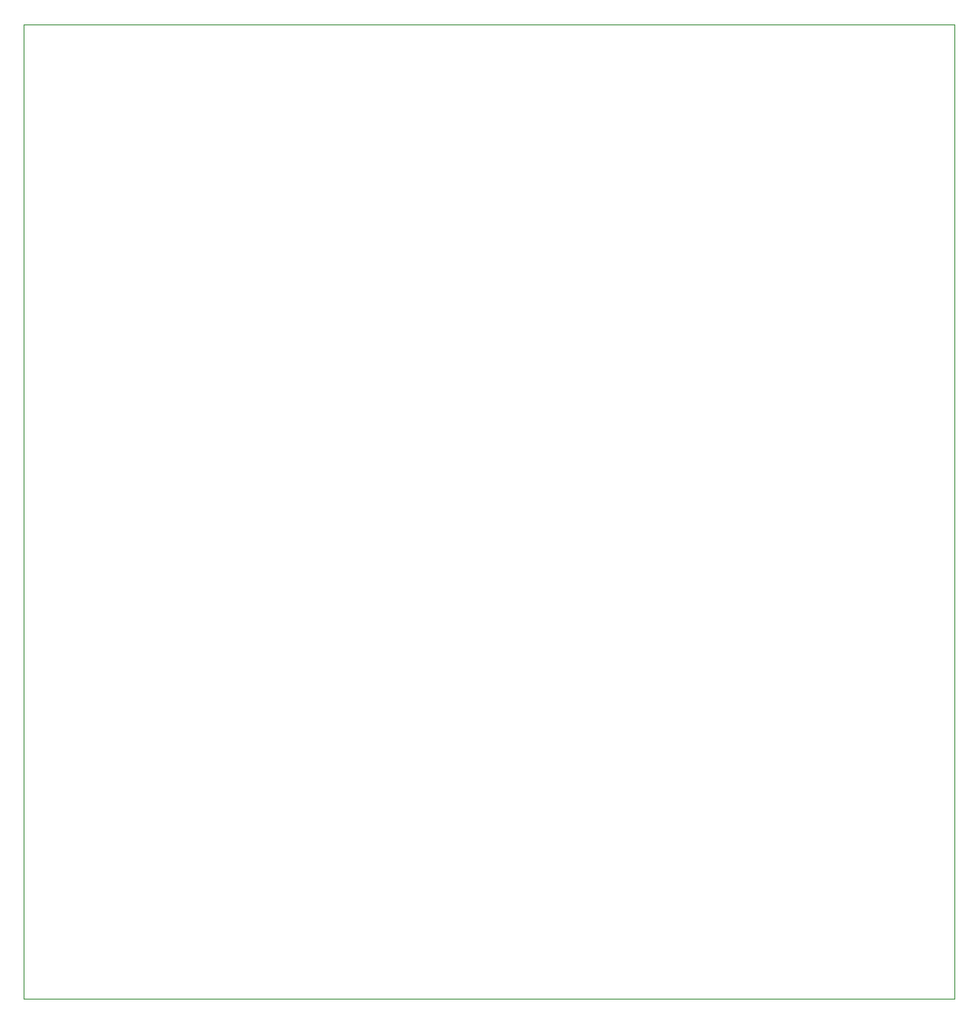
<source format=gko>
G04 Layer_Color=16711935*
%FSLAX44Y44*%
%MOMM*%
G71*
G01*
G75*
%ADD33C,0.1000*%
D33*
X316500Y167240D02*
X1251220D01*
Y1145140D01*
X316500D01*
Y167240D01*
M02*

</source>
